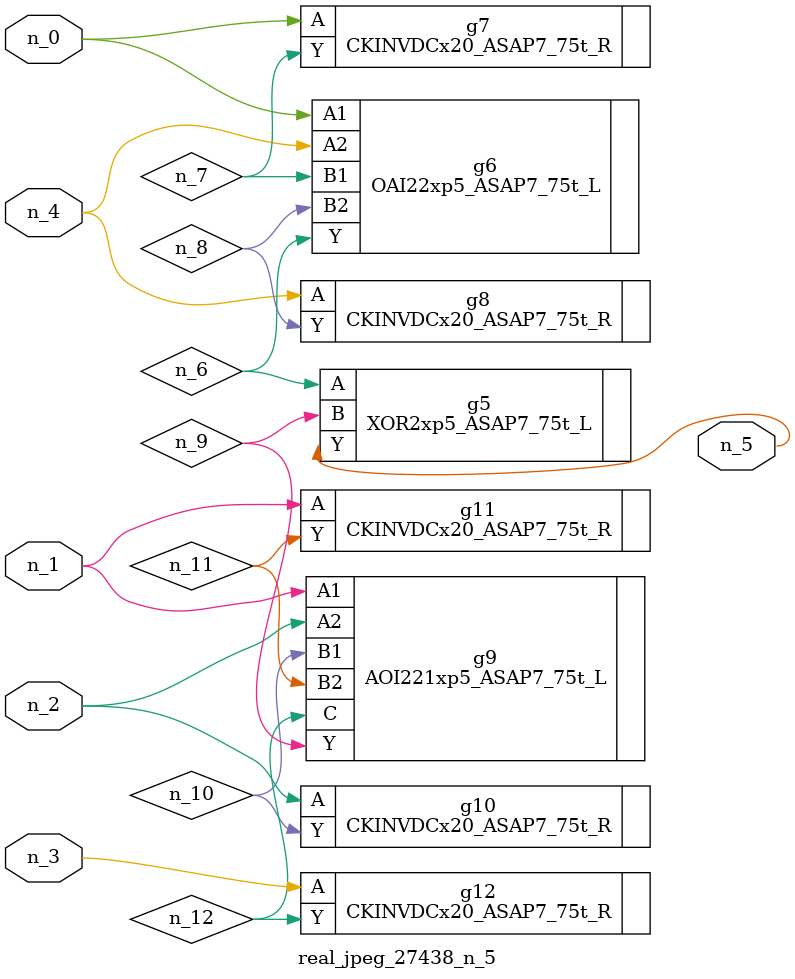
<source format=v>
module real_jpeg_27438_n_5 (n_4, n_0, n_1, n_2, n_3, n_5);

input n_4;
input n_0;
input n_1;
input n_2;
input n_3;

output n_5;

wire n_12;
wire n_8;
wire n_11;
wire n_6;
wire n_7;
wire n_10;
wire n_9;

OAI22xp5_ASAP7_75t_L g6 ( 
.A1(n_0),
.A2(n_4),
.B1(n_7),
.B2(n_8),
.Y(n_6)
);

CKINVDCx20_ASAP7_75t_R g7 ( 
.A(n_0),
.Y(n_7)
);

AOI221xp5_ASAP7_75t_L g9 ( 
.A1(n_1),
.A2(n_2),
.B1(n_10),
.B2(n_11),
.C(n_12),
.Y(n_9)
);

CKINVDCx20_ASAP7_75t_R g11 ( 
.A(n_1),
.Y(n_11)
);

CKINVDCx20_ASAP7_75t_R g10 ( 
.A(n_2),
.Y(n_10)
);

CKINVDCx20_ASAP7_75t_R g12 ( 
.A(n_3),
.Y(n_12)
);

CKINVDCx20_ASAP7_75t_R g8 ( 
.A(n_4),
.Y(n_8)
);

XOR2xp5_ASAP7_75t_L g5 ( 
.A(n_6),
.B(n_9),
.Y(n_5)
);


endmodule
</source>
